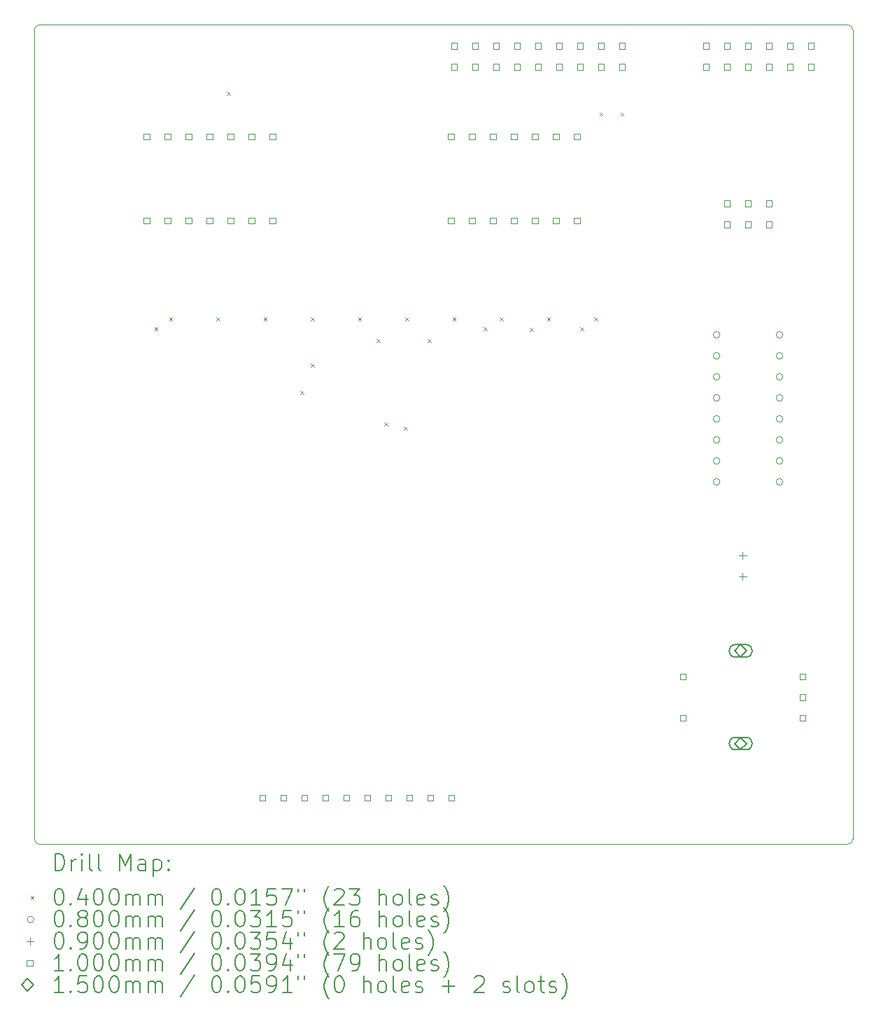
<source format=gbr>
%TF.GenerationSoftware,KiCad,Pcbnew,6.0.9-8da3e8f707~116~ubuntu20.04.1*%
%TF.CreationDate,2022-12-22T22:59:13+01:00*%
%TF.ProjectId,display_10dig,64697370-6c61-4795-9f31-306469672e6b,rev?*%
%TF.SameCoordinates,Original*%
%TF.FileFunction,Drillmap*%
%TF.FilePolarity,Positive*%
%FSLAX45Y45*%
G04 Gerber Fmt 4.5, Leading zero omitted, Abs format (unit mm)*
G04 Created by KiCad (PCBNEW 6.0.9-8da3e8f707~116~ubuntu20.04.1) date 2022-12-22 22:59:13*
%MOMM*%
%LPD*%
G01*
G04 APERTURE LIST*
%ADD10C,0.100000*%
%ADD11C,0.200000*%
%ADD12C,0.040000*%
%ADD13C,0.080000*%
%ADD14C,0.090000*%
%ADD15C,0.150000*%
G04 APERTURE END LIST*
D10*
X6159500Y-4572000D02*
X15938500Y-4572000D01*
X15938500Y-14478000D02*
G75*
G03*
X16002000Y-14414500I0J63500D01*
G01*
X16002000Y-4635500D02*
X16002000Y-14414500D01*
X15938500Y-14478000D02*
X6159500Y-14478000D01*
X6159500Y-4572000D02*
G75*
G03*
X6096000Y-4635500I0J-63500D01*
G01*
X6096000Y-14414500D02*
G75*
G03*
X6159500Y-14478000I63500J0D01*
G01*
X16002000Y-4635500D02*
G75*
G03*
X15938500Y-4572000I-63500J0D01*
G01*
X6096000Y-14414500D02*
X6096000Y-4635500D01*
D11*
D12*
X7550300Y-8229750D02*
X7590300Y-8269750D01*
X7590300Y-8229750D02*
X7550300Y-8269750D01*
X7727000Y-8108000D02*
X7767000Y-8148000D01*
X7767000Y-8108000D02*
X7727000Y-8148000D01*
X8298500Y-8108000D02*
X8338500Y-8148000D01*
X8338500Y-8108000D02*
X8298500Y-8148000D01*
X8429000Y-5381160D02*
X8469000Y-5421160D01*
X8469000Y-5381160D02*
X8429000Y-5421160D01*
X8870000Y-8108000D02*
X8910000Y-8148000D01*
X8910000Y-8108000D02*
X8870000Y-8148000D01*
X9314500Y-8997000D02*
X9354500Y-9037000D01*
X9354500Y-8997000D02*
X9314500Y-9037000D01*
X9440840Y-8665190D02*
X9480840Y-8705190D01*
X9480840Y-8665190D02*
X9440840Y-8705190D01*
X9441500Y-8108000D02*
X9481500Y-8148000D01*
X9481500Y-8108000D02*
X9441500Y-8148000D01*
X10013000Y-8108000D02*
X10053000Y-8148000D01*
X10053000Y-8108000D02*
X10013000Y-8148000D01*
X10239010Y-8372730D02*
X10279010Y-8412730D01*
X10279010Y-8372730D02*
X10239010Y-8412730D01*
X10330500Y-9378000D02*
X10370500Y-9418000D01*
X10370500Y-9378000D02*
X10330500Y-9418000D01*
X10567890Y-9430940D02*
X10607890Y-9470940D01*
X10607890Y-9430940D02*
X10567890Y-9470940D01*
X10584500Y-8108000D02*
X10624500Y-8148000D01*
X10624500Y-8108000D02*
X10584500Y-8148000D01*
X10856270Y-8372730D02*
X10896270Y-8412730D01*
X10896270Y-8372730D02*
X10856270Y-8412730D01*
X11156000Y-8108000D02*
X11196000Y-8148000D01*
X11196000Y-8108000D02*
X11156000Y-8148000D01*
X11535750Y-8229750D02*
X11575750Y-8269750D01*
X11575750Y-8229750D02*
X11535750Y-8269750D01*
X11727500Y-8108000D02*
X11767500Y-8148000D01*
X11767500Y-8108000D02*
X11727500Y-8148000D01*
X12094620Y-8235940D02*
X12134620Y-8275940D01*
X12134620Y-8235940D02*
X12094620Y-8275940D01*
X12299000Y-8108000D02*
X12339000Y-8148000D01*
X12339000Y-8108000D02*
X12299000Y-8148000D01*
X12702810Y-8229750D02*
X12742810Y-8269750D01*
X12742810Y-8229750D02*
X12702810Y-8269750D01*
X12870500Y-8108000D02*
X12910500Y-8148000D01*
X12910500Y-8108000D02*
X12870500Y-8148000D01*
X12934000Y-5631500D02*
X12974000Y-5671500D01*
X12974000Y-5631500D02*
X12934000Y-5671500D01*
X13188000Y-5631500D02*
X13228000Y-5671500D01*
X13228000Y-5631500D02*
X13188000Y-5671500D01*
D13*
X14391000Y-8318500D02*
G75*
G03*
X14391000Y-8318500I-40000J0D01*
G01*
X14391000Y-8572500D02*
G75*
G03*
X14391000Y-8572500I-40000J0D01*
G01*
X14391000Y-8826500D02*
G75*
G03*
X14391000Y-8826500I-40000J0D01*
G01*
X14391000Y-9080500D02*
G75*
G03*
X14391000Y-9080500I-40000J0D01*
G01*
X14391000Y-9334500D02*
G75*
G03*
X14391000Y-9334500I-40000J0D01*
G01*
X14391000Y-9588500D02*
G75*
G03*
X14391000Y-9588500I-40000J0D01*
G01*
X14391000Y-9842500D02*
G75*
G03*
X14391000Y-9842500I-40000J0D01*
G01*
X14391000Y-10096500D02*
G75*
G03*
X14391000Y-10096500I-40000J0D01*
G01*
X15153000Y-8318500D02*
G75*
G03*
X15153000Y-8318500I-40000J0D01*
G01*
X15153000Y-8572500D02*
G75*
G03*
X15153000Y-8572500I-40000J0D01*
G01*
X15153000Y-8826500D02*
G75*
G03*
X15153000Y-8826500I-40000J0D01*
G01*
X15153000Y-9080500D02*
G75*
G03*
X15153000Y-9080500I-40000J0D01*
G01*
X15153000Y-9334500D02*
G75*
G03*
X15153000Y-9334500I-40000J0D01*
G01*
X15153000Y-9588500D02*
G75*
G03*
X15153000Y-9588500I-40000J0D01*
G01*
X15153000Y-9842500D02*
G75*
G03*
X15153000Y-9842500I-40000J0D01*
G01*
X15153000Y-10096500D02*
G75*
G03*
X15153000Y-10096500I-40000J0D01*
G01*
D14*
X14668500Y-10941000D02*
X14668500Y-11031000D01*
X14623500Y-10986000D02*
X14713500Y-10986000D01*
X14668500Y-11195000D02*
X14668500Y-11285000D01*
X14623500Y-11240000D02*
X14713500Y-11240000D01*
D10*
X7490256Y-5957756D02*
X7490256Y-5887044D01*
X7419544Y-5887044D01*
X7419544Y-5957756D01*
X7490256Y-5957756D01*
X7490256Y-6973756D02*
X7490256Y-6903044D01*
X7419544Y-6903044D01*
X7419544Y-6973756D01*
X7490256Y-6973756D01*
X7744256Y-5957756D02*
X7744256Y-5887044D01*
X7673544Y-5887044D01*
X7673544Y-5957756D01*
X7744256Y-5957756D01*
X7744256Y-6973756D02*
X7744256Y-6903044D01*
X7673544Y-6903044D01*
X7673544Y-6973756D01*
X7744256Y-6973756D01*
X7998256Y-5957756D02*
X7998256Y-5887044D01*
X7927544Y-5887044D01*
X7927544Y-5957756D01*
X7998256Y-5957756D01*
X7998256Y-6973756D02*
X7998256Y-6903044D01*
X7927544Y-6903044D01*
X7927544Y-6973756D01*
X7998256Y-6973756D01*
X8252256Y-5957756D02*
X8252256Y-5887044D01*
X8181544Y-5887044D01*
X8181544Y-5957756D01*
X8252256Y-5957756D01*
X8252256Y-6973756D02*
X8252256Y-6903044D01*
X8181544Y-6903044D01*
X8181544Y-6973756D01*
X8252256Y-6973756D01*
X8506256Y-5957756D02*
X8506256Y-5887044D01*
X8435544Y-5887044D01*
X8435544Y-5957756D01*
X8506256Y-5957756D01*
X8506256Y-6973756D02*
X8506256Y-6903044D01*
X8435544Y-6903044D01*
X8435544Y-6973756D01*
X8506256Y-6973756D01*
X8760256Y-5957756D02*
X8760256Y-5887044D01*
X8689544Y-5887044D01*
X8689544Y-5957756D01*
X8760256Y-5957756D01*
X8760256Y-6973756D02*
X8760256Y-6903044D01*
X8689544Y-6903044D01*
X8689544Y-6973756D01*
X8760256Y-6973756D01*
X8893756Y-13951756D02*
X8893756Y-13881044D01*
X8823044Y-13881044D01*
X8823044Y-13951756D01*
X8893756Y-13951756D01*
X9014256Y-5957756D02*
X9014256Y-5887044D01*
X8943544Y-5887044D01*
X8943544Y-5957756D01*
X9014256Y-5957756D01*
X9014256Y-6973756D02*
X9014256Y-6903044D01*
X8943544Y-6903044D01*
X8943544Y-6973756D01*
X9014256Y-6973756D01*
X9147756Y-13951756D02*
X9147756Y-13881044D01*
X9077044Y-13881044D01*
X9077044Y-13951756D01*
X9147756Y-13951756D01*
X9401756Y-13951756D02*
X9401756Y-13881044D01*
X9331044Y-13881044D01*
X9331044Y-13951756D01*
X9401756Y-13951756D01*
X9655756Y-13951756D02*
X9655756Y-13881044D01*
X9585044Y-13881044D01*
X9585044Y-13951756D01*
X9655756Y-13951756D01*
X9909756Y-13951756D02*
X9909756Y-13881044D01*
X9839044Y-13881044D01*
X9839044Y-13951756D01*
X9909756Y-13951756D01*
X10163756Y-13951756D02*
X10163756Y-13881044D01*
X10093044Y-13881044D01*
X10093044Y-13951756D01*
X10163756Y-13951756D01*
X10417756Y-13951756D02*
X10417756Y-13881044D01*
X10347044Y-13881044D01*
X10347044Y-13951756D01*
X10417756Y-13951756D01*
X10671756Y-13951756D02*
X10671756Y-13881044D01*
X10601044Y-13881044D01*
X10601044Y-13951756D01*
X10671756Y-13951756D01*
X10925756Y-13951756D02*
X10925756Y-13881044D01*
X10855044Y-13881044D01*
X10855044Y-13951756D01*
X10925756Y-13951756D01*
X11173256Y-5957756D02*
X11173256Y-5887044D01*
X11102544Y-5887044D01*
X11102544Y-5957756D01*
X11173256Y-5957756D01*
X11173256Y-6973756D02*
X11173256Y-6903044D01*
X11102544Y-6903044D01*
X11102544Y-6973756D01*
X11173256Y-6973756D01*
X11179756Y-13951756D02*
X11179756Y-13881044D01*
X11109044Y-13881044D01*
X11109044Y-13951756D01*
X11179756Y-13951756D01*
X11211356Y-4861356D02*
X11211356Y-4790644D01*
X11140644Y-4790644D01*
X11140644Y-4861356D01*
X11211356Y-4861356D01*
X11211356Y-5115356D02*
X11211356Y-5044644D01*
X11140644Y-5044644D01*
X11140644Y-5115356D01*
X11211356Y-5115356D01*
X11427256Y-5957756D02*
X11427256Y-5887044D01*
X11356544Y-5887044D01*
X11356544Y-5957756D01*
X11427256Y-5957756D01*
X11427256Y-6973756D02*
X11427256Y-6903044D01*
X11356544Y-6903044D01*
X11356544Y-6973756D01*
X11427256Y-6973756D01*
X11465356Y-4861356D02*
X11465356Y-4790644D01*
X11394644Y-4790644D01*
X11394644Y-4861356D01*
X11465356Y-4861356D01*
X11465356Y-5115356D02*
X11465356Y-5044644D01*
X11394644Y-5044644D01*
X11394644Y-5115356D01*
X11465356Y-5115356D01*
X11681256Y-5957756D02*
X11681256Y-5887044D01*
X11610544Y-5887044D01*
X11610544Y-5957756D01*
X11681256Y-5957756D01*
X11681256Y-6973756D02*
X11681256Y-6903044D01*
X11610544Y-6903044D01*
X11610544Y-6973756D01*
X11681256Y-6973756D01*
X11719356Y-4861356D02*
X11719356Y-4790644D01*
X11648644Y-4790644D01*
X11648644Y-4861356D01*
X11719356Y-4861356D01*
X11719356Y-5115356D02*
X11719356Y-5044644D01*
X11648644Y-5044644D01*
X11648644Y-5115356D01*
X11719356Y-5115356D01*
X11935256Y-5957756D02*
X11935256Y-5887044D01*
X11864544Y-5887044D01*
X11864544Y-5957756D01*
X11935256Y-5957756D01*
X11935256Y-6973756D02*
X11935256Y-6903044D01*
X11864544Y-6903044D01*
X11864544Y-6973756D01*
X11935256Y-6973756D01*
X11973356Y-4861356D02*
X11973356Y-4790644D01*
X11902644Y-4790644D01*
X11902644Y-4861356D01*
X11973356Y-4861356D01*
X11973356Y-5115356D02*
X11973356Y-5044644D01*
X11902644Y-5044644D01*
X11902644Y-5115356D01*
X11973356Y-5115356D01*
X12189256Y-5957756D02*
X12189256Y-5887044D01*
X12118544Y-5887044D01*
X12118544Y-5957756D01*
X12189256Y-5957756D01*
X12189256Y-6973756D02*
X12189256Y-6903044D01*
X12118544Y-6903044D01*
X12118544Y-6973756D01*
X12189256Y-6973756D01*
X12227356Y-4861356D02*
X12227356Y-4790644D01*
X12156644Y-4790644D01*
X12156644Y-4861356D01*
X12227356Y-4861356D01*
X12227356Y-5115356D02*
X12227356Y-5044644D01*
X12156644Y-5044644D01*
X12156644Y-5115356D01*
X12227356Y-5115356D01*
X12443256Y-5957756D02*
X12443256Y-5887044D01*
X12372544Y-5887044D01*
X12372544Y-5957756D01*
X12443256Y-5957756D01*
X12443256Y-6973756D02*
X12443256Y-6903044D01*
X12372544Y-6903044D01*
X12372544Y-6973756D01*
X12443256Y-6973756D01*
X12481356Y-4861356D02*
X12481356Y-4790644D01*
X12410644Y-4790644D01*
X12410644Y-4861356D01*
X12481356Y-4861356D01*
X12481356Y-5115356D02*
X12481356Y-5044644D01*
X12410644Y-5044644D01*
X12410644Y-5115356D01*
X12481356Y-5115356D01*
X12697256Y-5957756D02*
X12697256Y-5887044D01*
X12626544Y-5887044D01*
X12626544Y-5957756D01*
X12697256Y-5957756D01*
X12697256Y-6973756D02*
X12697256Y-6903044D01*
X12626544Y-6903044D01*
X12626544Y-6973756D01*
X12697256Y-6973756D01*
X12735356Y-4861356D02*
X12735356Y-4790644D01*
X12664644Y-4790644D01*
X12664644Y-4861356D01*
X12735356Y-4861356D01*
X12735356Y-5115356D02*
X12735356Y-5044644D01*
X12664644Y-5044644D01*
X12664644Y-5115356D01*
X12735356Y-5115356D01*
X12989356Y-4861356D02*
X12989356Y-4790644D01*
X12918644Y-4790644D01*
X12918644Y-4861356D01*
X12989356Y-4861356D01*
X12989356Y-5115356D02*
X12989356Y-5044644D01*
X12918644Y-5044644D01*
X12918644Y-5115356D01*
X12989356Y-5115356D01*
X13243356Y-4861356D02*
X13243356Y-4790644D01*
X13172644Y-4790644D01*
X13172644Y-4861356D01*
X13243356Y-4861356D01*
X13243356Y-5115356D02*
X13243356Y-5044644D01*
X13172644Y-5044644D01*
X13172644Y-5115356D01*
X13243356Y-5115356D01*
X13978856Y-12485356D02*
X13978856Y-12414644D01*
X13908144Y-12414644D01*
X13908144Y-12485356D01*
X13978856Y-12485356D01*
X13978856Y-12985356D02*
X13978856Y-12914644D01*
X13908144Y-12914644D01*
X13908144Y-12985356D01*
X13978856Y-12985356D01*
X14259356Y-4861356D02*
X14259356Y-4790644D01*
X14188644Y-4790644D01*
X14188644Y-4861356D01*
X14259356Y-4861356D01*
X14259356Y-5115356D02*
X14259356Y-5044644D01*
X14188644Y-5044644D01*
X14188644Y-5115356D01*
X14259356Y-5115356D01*
X14513356Y-4861356D02*
X14513356Y-4790644D01*
X14442644Y-4790644D01*
X14442644Y-4861356D01*
X14513356Y-4861356D01*
X14513356Y-5115356D02*
X14513356Y-5044644D01*
X14442644Y-5044644D01*
X14442644Y-5115356D01*
X14513356Y-5115356D01*
X14513356Y-6766356D02*
X14513356Y-6695644D01*
X14442644Y-6695644D01*
X14442644Y-6766356D01*
X14513356Y-6766356D01*
X14513356Y-7020356D02*
X14513356Y-6949644D01*
X14442644Y-6949644D01*
X14442644Y-7020356D01*
X14513356Y-7020356D01*
X14767356Y-4861356D02*
X14767356Y-4790644D01*
X14696644Y-4790644D01*
X14696644Y-4861356D01*
X14767356Y-4861356D01*
X14767356Y-5115356D02*
X14767356Y-5044644D01*
X14696644Y-5044644D01*
X14696644Y-5115356D01*
X14767356Y-5115356D01*
X14767356Y-6766356D02*
X14767356Y-6695644D01*
X14696644Y-6695644D01*
X14696644Y-6766356D01*
X14767356Y-6766356D01*
X14767356Y-7020356D02*
X14767356Y-6949644D01*
X14696644Y-6949644D01*
X14696644Y-7020356D01*
X14767356Y-7020356D01*
X15021356Y-4861356D02*
X15021356Y-4790644D01*
X14950644Y-4790644D01*
X14950644Y-4861356D01*
X15021356Y-4861356D01*
X15021356Y-5115356D02*
X15021356Y-5044644D01*
X14950644Y-5044644D01*
X14950644Y-5115356D01*
X15021356Y-5115356D01*
X15021356Y-6766356D02*
X15021356Y-6695644D01*
X14950644Y-6695644D01*
X14950644Y-6766356D01*
X15021356Y-6766356D01*
X15021356Y-7020356D02*
X15021356Y-6949644D01*
X14950644Y-6949644D01*
X14950644Y-7020356D01*
X15021356Y-7020356D01*
X15275356Y-4861356D02*
X15275356Y-4790644D01*
X15204644Y-4790644D01*
X15204644Y-4861356D01*
X15275356Y-4861356D01*
X15275356Y-5115356D02*
X15275356Y-5044644D01*
X15204644Y-5044644D01*
X15204644Y-5115356D01*
X15275356Y-5115356D01*
X15428856Y-12485356D02*
X15428856Y-12414644D01*
X15358144Y-12414644D01*
X15358144Y-12485356D01*
X15428856Y-12485356D01*
X15428856Y-12735356D02*
X15428856Y-12664644D01*
X15358144Y-12664644D01*
X15358144Y-12735356D01*
X15428856Y-12735356D01*
X15428856Y-12985356D02*
X15428856Y-12914644D01*
X15358144Y-12914644D01*
X15358144Y-12985356D01*
X15428856Y-12985356D01*
X15529356Y-4861356D02*
X15529356Y-4790644D01*
X15458644Y-4790644D01*
X15458644Y-4861356D01*
X15529356Y-4861356D01*
X15529356Y-5115356D02*
X15529356Y-5044644D01*
X15458644Y-5044644D01*
X15458644Y-5115356D01*
X15529356Y-5115356D01*
D15*
X14643500Y-12215000D02*
X14718500Y-12140000D01*
X14643500Y-12065000D01*
X14568500Y-12140000D01*
X14643500Y-12215000D01*
D11*
X14708500Y-12065000D02*
X14578500Y-12065000D01*
X14708500Y-12215000D02*
X14578500Y-12215000D01*
X14578500Y-12065000D02*
G75*
G03*
X14578500Y-12215000I0J-75000D01*
G01*
X14708500Y-12215000D02*
G75*
G03*
X14708500Y-12065000I0J75000D01*
G01*
D15*
X14643500Y-13335000D02*
X14718500Y-13260000D01*
X14643500Y-13185000D01*
X14568500Y-13260000D01*
X14643500Y-13335000D01*
D11*
X14708500Y-13185000D02*
X14578500Y-13185000D01*
X14708500Y-13335000D02*
X14578500Y-13335000D01*
X14578500Y-13185000D02*
G75*
G03*
X14578500Y-13335000I0J-75000D01*
G01*
X14708500Y-13335000D02*
G75*
G03*
X14708500Y-13185000I0J75000D01*
G01*
X6348619Y-14793476D02*
X6348619Y-14593476D01*
X6396238Y-14593476D01*
X6424809Y-14603000D01*
X6443857Y-14622048D01*
X6453381Y-14641095D01*
X6462905Y-14679190D01*
X6462905Y-14707762D01*
X6453381Y-14745857D01*
X6443857Y-14764905D01*
X6424809Y-14783952D01*
X6396238Y-14793476D01*
X6348619Y-14793476D01*
X6548619Y-14793476D02*
X6548619Y-14660143D01*
X6548619Y-14698238D02*
X6558143Y-14679190D01*
X6567667Y-14669667D01*
X6586714Y-14660143D01*
X6605762Y-14660143D01*
X6672428Y-14793476D02*
X6672428Y-14660143D01*
X6672428Y-14593476D02*
X6662905Y-14603000D01*
X6672428Y-14612524D01*
X6681952Y-14603000D01*
X6672428Y-14593476D01*
X6672428Y-14612524D01*
X6796238Y-14793476D02*
X6777190Y-14783952D01*
X6767667Y-14764905D01*
X6767667Y-14593476D01*
X6901000Y-14793476D02*
X6881952Y-14783952D01*
X6872428Y-14764905D01*
X6872428Y-14593476D01*
X7129571Y-14793476D02*
X7129571Y-14593476D01*
X7196238Y-14736333D01*
X7262905Y-14593476D01*
X7262905Y-14793476D01*
X7443857Y-14793476D02*
X7443857Y-14688714D01*
X7434333Y-14669667D01*
X7415286Y-14660143D01*
X7377190Y-14660143D01*
X7358143Y-14669667D01*
X7443857Y-14783952D02*
X7424809Y-14793476D01*
X7377190Y-14793476D01*
X7358143Y-14783952D01*
X7348619Y-14764905D01*
X7348619Y-14745857D01*
X7358143Y-14726809D01*
X7377190Y-14717286D01*
X7424809Y-14717286D01*
X7443857Y-14707762D01*
X7539095Y-14660143D02*
X7539095Y-14860143D01*
X7539095Y-14669667D02*
X7558143Y-14660143D01*
X7596238Y-14660143D01*
X7615286Y-14669667D01*
X7624809Y-14679190D01*
X7634333Y-14698238D01*
X7634333Y-14755381D01*
X7624809Y-14774428D01*
X7615286Y-14783952D01*
X7596238Y-14793476D01*
X7558143Y-14793476D01*
X7539095Y-14783952D01*
X7720048Y-14774428D02*
X7729571Y-14783952D01*
X7720048Y-14793476D01*
X7710524Y-14783952D01*
X7720048Y-14774428D01*
X7720048Y-14793476D01*
X7720048Y-14669667D02*
X7729571Y-14679190D01*
X7720048Y-14688714D01*
X7710524Y-14679190D01*
X7720048Y-14669667D01*
X7720048Y-14688714D01*
D12*
X6051000Y-15103000D02*
X6091000Y-15143000D01*
X6091000Y-15103000D02*
X6051000Y-15143000D01*
D11*
X6386714Y-15013476D02*
X6405762Y-15013476D01*
X6424809Y-15023000D01*
X6434333Y-15032524D01*
X6443857Y-15051571D01*
X6453381Y-15089667D01*
X6453381Y-15137286D01*
X6443857Y-15175381D01*
X6434333Y-15194428D01*
X6424809Y-15203952D01*
X6405762Y-15213476D01*
X6386714Y-15213476D01*
X6367667Y-15203952D01*
X6358143Y-15194428D01*
X6348619Y-15175381D01*
X6339095Y-15137286D01*
X6339095Y-15089667D01*
X6348619Y-15051571D01*
X6358143Y-15032524D01*
X6367667Y-15023000D01*
X6386714Y-15013476D01*
X6539095Y-15194428D02*
X6548619Y-15203952D01*
X6539095Y-15213476D01*
X6529571Y-15203952D01*
X6539095Y-15194428D01*
X6539095Y-15213476D01*
X6720048Y-15080143D02*
X6720048Y-15213476D01*
X6672428Y-15003952D02*
X6624809Y-15146809D01*
X6748619Y-15146809D01*
X6862905Y-15013476D02*
X6881952Y-15013476D01*
X6901000Y-15023000D01*
X6910524Y-15032524D01*
X6920048Y-15051571D01*
X6929571Y-15089667D01*
X6929571Y-15137286D01*
X6920048Y-15175381D01*
X6910524Y-15194428D01*
X6901000Y-15203952D01*
X6881952Y-15213476D01*
X6862905Y-15213476D01*
X6843857Y-15203952D01*
X6834333Y-15194428D01*
X6824809Y-15175381D01*
X6815286Y-15137286D01*
X6815286Y-15089667D01*
X6824809Y-15051571D01*
X6834333Y-15032524D01*
X6843857Y-15023000D01*
X6862905Y-15013476D01*
X7053381Y-15013476D02*
X7072428Y-15013476D01*
X7091476Y-15023000D01*
X7101000Y-15032524D01*
X7110524Y-15051571D01*
X7120048Y-15089667D01*
X7120048Y-15137286D01*
X7110524Y-15175381D01*
X7101000Y-15194428D01*
X7091476Y-15203952D01*
X7072428Y-15213476D01*
X7053381Y-15213476D01*
X7034333Y-15203952D01*
X7024809Y-15194428D01*
X7015286Y-15175381D01*
X7005762Y-15137286D01*
X7005762Y-15089667D01*
X7015286Y-15051571D01*
X7024809Y-15032524D01*
X7034333Y-15023000D01*
X7053381Y-15013476D01*
X7205762Y-15213476D02*
X7205762Y-15080143D01*
X7205762Y-15099190D02*
X7215286Y-15089667D01*
X7234333Y-15080143D01*
X7262905Y-15080143D01*
X7281952Y-15089667D01*
X7291476Y-15108714D01*
X7291476Y-15213476D01*
X7291476Y-15108714D02*
X7301000Y-15089667D01*
X7320048Y-15080143D01*
X7348619Y-15080143D01*
X7367667Y-15089667D01*
X7377190Y-15108714D01*
X7377190Y-15213476D01*
X7472428Y-15213476D02*
X7472428Y-15080143D01*
X7472428Y-15099190D02*
X7481952Y-15089667D01*
X7501000Y-15080143D01*
X7529571Y-15080143D01*
X7548619Y-15089667D01*
X7558143Y-15108714D01*
X7558143Y-15213476D01*
X7558143Y-15108714D02*
X7567667Y-15089667D01*
X7586714Y-15080143D01*
X7615286Y-15080143D01*
X7634333Y-15089667D01*
X7643857Y-15108714D01*
X7643857Y-15213476D01*
X8034333Y-15003952D02*
X7862905Y-15261095D01*
X8291476Y-15013476D02*
X8310524Y-15013476D01*
X8329571Y-15023000D01*
X8339095Y-15032524D01*
X8348619Y-15051571D01*
X8358143Y-15089667D01*
X8358143Y-15137286D01*
X8348619Y-15175381D01*
X8339095Y-15194428D01*
X8329571Y-15203952D01*
X8310524Y-15213476D01*
X8291476Y-15213476D01*
X8272428Y-15203952D01*
X8262905Y-15194428D01*
X8253381Y-15175381D01*
X8243857Y-15137286D01*
X8243857Y-15089667D01*
X8253381Y-15051571D01*
X8262905Y-15032524D01*
X8272428Y-15023000D01*
X8291476Y-15013476D01*
X8443857Y-15194428D02*
X8453381Y-15203952D01*
X8443857Y-15213476D01*
X8434333Y-15203952D01*
X8443857Y-15194428D01*
X8443857Y-15213476D01*
X8577190Y-15013476D02*
X8596238Y-15013476D01*
X8615286Y-15023000D01*
X8624810Y-15032524D01*
X8634333Y-15051571D01*
X8643857Y-15089667D01*
X8643857Y-15137286D01*
X8634333Y-15175381D01*
X8624810Y-15194428D01*
X8615286Y-15203952D01*
X8596238Y-15213476D01*
X8577190Y-15213476D01*
X8558143Y-15203952D01*
X8548619Y-15194428D01*
X8539095Y-15175381D01*
X8529571Y-15137286D01*
X8529571Y-15089667D01*
X8539095Y-15051571D01*
X8548619Y-15032524D01*
X8558143Y-15023000D01*
X8577190Y-15013476D01*
X8834333Y-15213476D02*
X8720048Y-15213476D01*
X8777190Y-15213476D02*
X8777190Y-15013476D01*
X8758143Y-15042048D01*
X8739095Y-15061095D01*
X8720048Y-15070619D01*
X9015286Y-15013476D02*
X8920048Y-15013476D01*
X8910524Y-15108714D01*
X8920048Y-15099190D01*
X8939095Y-15089667D01*
X8986714Y-15089667D01*
X9005762Y-15099190D01*
X9015286Y-15108714D01*
X9024810Y-15127762D01*
X9024810Y-15175381D01*
X9015286Y-15194428D01*
X9005762Y-15203952D01*
X8986714Y-15213476D01*
X8939095Y-15213476D01*
X8920048Y-15203952D01*
X8910524Y-15194428D01*
X9091476Y-15013476D02*
X9224810Y-15013476D01*
X9139095Y-15213476D01*
X9291476Y-15013476D02*
X9291476Y-15051571D01*
X9367667Y-15013476D02*
X9367667Y-15051571D01*
X9662905Y-15289667D02*
X9653381Y-15280143D01*
X9634333Y-15251571D01*
X9624810Y-15232524D01*
X9615286Y-15203952D01*
X9605762Y-15156333D01*
X9605762Y-15118238D01*
X9615286Y-15070619D01*
X9624810Y-15042048D01*
X9634333Y-15023000D01*
X9653381Y-14994428D01*
X9662905Y-14984905D01*
X9729571Y-15032524D02*
X9739095Y-15023000D01*
X9758143Y-15013476D01*
X9805762Y-15013476D01*
X9824810Y-15023000D01*
X9834333Y-15032524D01*
X9843857Y-15051571D01*
X9843857Y-15070619D01*
X9834333Y-15099190D01*
X9720048Y-15213476D01*
X9843857Y-15213476D01*
X9910524Y-15013476D02*
X10034333Y-15013476D01*
X9967667Y-15089667D01*
X9996238Y-15089667D01*
X10015286Y-15099190D01*
X10024810Y-15108714D01*
X10034333Y-15127762D01*
X10034333Y-15175381D01*
X10024810Y-15194428D01*
X10015286Y-15203952D01*
X9996238Y-15213476D01*
X9939095Y-15213476D01*
X9920048Y-15203952D01*
X9910524Y-15194428D01*
X10272429Y-15213476D02*
X10272429Y-15013476D01*
X10358143Y-15213476D02*
X10358143Y-15108714D01*
X10348619Y-15089667D01*
X10329571Y-15080143D01*
X10301000Y-15080143D01*
X10281952Y-15089667D01*
X10272429Y-15099190D01*
X10481952Y-15213476D02*
X10462905Y-15203952D01*
X10453381Y-15194428D01*
X10443857Y-15175381D01*
X10443857Y-15118238D01*
X10453381Y-15099190D01*
X10462905Y-15089667D01*
X10481952Y-15080143D01*
X10510524Y-15080143D01*
X10529571Y-15089667D01*
X10539095Y-15099190D01*
X10548619Y-15118238D01*
X10548619Y-15175381D01*
X10539095Y-15194428D01*
X10529571Y-15203952D01*
X10510524Y-15213476D01*
X10481952Y-15213476D01*
X10662905Y-15213476D02*
X10643857Y-15203952D01*
X10634333Y-15184905D01*
X10634333Y-15013476D01*
X10815286Y-15203952D02*
X10796238Y-15213476D01*
X10758143Y-15213476D01*
X10739095Y-15203952D01*
X10729571Y-15184905D01*
X10729571Y-15108714D01*
X10739095Y-15089667D01*
X10758143Y-15080143D01*
X10796238Y-15080143D01*
X10815286Y-15089667D01*
X10824810Y-15108714D01*
X10824810Y-15127762D01*
X10729571Y-15146809D01*
X10901000Y-15203952D02*
X10920048Y-15213476D01*
X10958143Y-15213476D01*
X10977190Y-15203952D01*
X10986714Y-15184905D01*
X10986714Y-15175381D01*
X10977190Y-15156333D01*
X10958143Y-15146809D01*
X10929571Y-15146809D01*
X10910524Y-15137286D01*
X10901000Y-15118238D01*
X10901000Y-15108714D01*
X10910524Y-15089667D01*
X10929571Y-15080143D01*
X10958143Y-15080143D01*
X10977190Y-15089667D01*
X11053381Y-15289667D02*
X11062905Y-15280143D01*
X11081952Y-15251571D01*
X11091476Y-15232524D01*
X11101000Y-15203952D01*
X11110524Y-15156333D01*
X11110524Y-15118238D01*
X11101000Y-15070619D01*
X11091476Y-15042048D01*
X11081952Y-15023000D01*
X11062905Y-14994428D01*
X11053381Y-14984905D01*
D13*
X6091000Y-15387000D02*
G75*
G03*
X6091000Y-15387000I-40000J0D01*
G01*
D11*
X6386714Y-15277476D02*
X6405762Y-15277476D01*
X6424809Y-15287000D01*
X6434333Y-15296524D01*
X6443857Y-15315571D01*
X6453381Y-15353667D01*
X6453381Y-15401286D01*
X6443857Y-15439381D01*
X6434333Y-15458428D01*
X6424809Y-15467952D01*
X6405762Y-15477476D01*
X6386714Y-15477476D01*
X6367667Y-15467952D01*
X6358143Y-15458428D01*
X6348619Y-15439381D01*
X6339095Y-15401286D01*
X6339095Y-15353667D01*
X6348619Y-15315571D01*
X6358143Y-15296524D01*
X6367667Y-15287000D01*
X6386714Y-15277476D01*
X6539095Y-15458428D02*
X6548619Y-15467952D01*
X6539095Y-15477476D01*
X6529571Y-15467952D01*
X6539095Y-15458428D01*
X6539095Y-15477476D01*
X6662905Y-15363190D02*
X6643857Y-15353667D01*
X6634333Y-15344143D01*
X6624809Y-15325095D01*
X6624809Y-15315571D01*
X6634333Y-15296524D01*
X6643857Y-15287000D01*
X6662905Y-15277476D01*
X6701000Y-15277476D01*
X6720048Y-15287000D01*
X6729571Y-15296524D01*
X6739095Y-15315571D01*
X6739095Y-15325095D01*
X6729571Y-15344143D01*
X6720048Y-15353667D01*
X6701000Y-15363190D01*
X6662905Y-15363190D01*
X6643857Y-15372714D01*
X6634333Y-15382238D01*
X6624809Y-15401286D01*
X6624809Y-15439381D01*
X6634333Y-15458428D01*
X6643857Y-15467952D01*
X6662905Y-15477476D01*
X6701000Y-15477476D01*
X6720048Y-15467952D01*
X6729571Y-15458428D01*
X6739095Y-15439381D01*
X6739095Y-15401286D01*
X6729571Y-15382238D01*
X6720048Y-15372714D01*
X6701000Y-15363190D01*
X6862905Y-15277476D02*
X6881952Y-15277476D01*
X6901000Y-15287000D01*
X6910524Y-15296524D01*
X6920048Y-15315571D01*
X6929571Y-15353667D01*
X6929571Y-15401286D01*
X6920048Y-15439381D01*
X6910524Y-15458428D01*
X6901000Y-15467952D01*
X6881952Y-15477476D01*
X6862905Y-15477476D01*
X6843857Y-15467952D01*
X6834333Y-15458428D01*
X6824809Y-15439381D01*
X6815286Y-15401286D01*
X6815286Y-15353667D01*
X6824809Y-15315571D01*
X6834333Y-15296524D01*
X6843857Y-15287000D01*
X6862905Y-15277476D01*
X7053381Y-15277476D02*
X7072428Y-15277476D01*
X7091476Y-15287000D01*
X7101000Y-15296524D01*
X7110524Y-15315571D01*
X7120048Y-15353667D01*
X7120048Y-15401286D01*
X7110524Y-15439381D01*
X7101000Y-15458428D01*
X7091476Y-15467952D01*
X7072428Y-15477476D01*
X7053381Y-15477476D01*
X7034333Y-15467952D01*
X7024809Y-15458428D01*
X7015286Y-15439381D01*
X7005762Y-15401286D01*
X7005762Y-15353667D01*
X7015286Y-15315571D01*
X7024809Y-15296524D01*
X7034333Y-15287000D01*
X7053381Y-15277476D01*
X7205762Y-15477476D02*
X7205762Y-15344143D01*
X7205762Y-15363190D02*
X7215286Y-15353667D01*
X7234333Y-15344143D01*
X7262905Y-15344143D01*
X7281952Y-15353667D01*
X7291476Y-15372714D01*
X7291476Y-15477476D01*
X7291476Y-15372714D02*
X7301000Y-15353667D01*
X7320048Y-15344143D01*
X7348619Y-15344143D01*
X7367667Y-15353667D01*
X7377190Y-15372714D01*
X7377190Y-15477476D01*
X7472428Y-15477476D02*
X7472428Y-15344143D01*
X7472428Y-15363190D02*
X7481952Y-15353667D01*
X7501000Y-15344143D01*
X7529571Y-15344143D01*
X7548619Y-15353667D01*
X7558143Y-15372714D01*
X7558143Y-15477476D01*
X7558143Y-15372714D02*
X7567667Y-15353667D01*
X7586714Y-15344143D01*
X7615286Y-15344143D01*
X7634333Y-15353667D01*
X7643857Y-15372714D01*
X7643857Y-15477476D01*
X8034333Y-15267952D02*
X7862905Y-15525095D01*
X8291476Y-15277476D02*
X8310524Y-15277476D01*
X8329571Y-15287000D01*
X8339095Y-15296524D01*
X8348619Y-15315571D01*
X8358143Y-15353667D01*
X8358143Y-15401286D01*
X8348619Y-15439381D01*
X8339095Y-15458428D01*
X8329571Y-15467952D01*
X8310524Y-15477476D01*
X8291476Y-15477476D01*
X8272428Y-15467952D01*
X8262905Y-15458428D01*
X8253381Y-15439381D01*
X8243857Y-15401286D01*
X8243857Y-15353667D01*
X8253381Y-15315571D01*
X8262905Y-15296524D01*
X8272428Y-15287000D01*
X8291476Y-15277476D01*
X8443857Y-15458428D02*
X8453381Y-15467952D01*
X8443857Y-15477476D01*
X8434333Y-15467952D01*
X8443857Y-15458428D01*
X8443857Y-15477476D01*
X8577190Y-15277476D02*
X8596238Y-15277476D01*
X8615286Y-15287000D01*
X8624810Y-15296524D01*
X8634333Y-15315571D01*
X8643857Y-15353667D01*
X8643857Y-15401286D01*
X8634333Y-15439381D01*
X8624810Y-15458428D01*
X8615286Y-15467952D01*
X8596238Y-15477476D01*
X8577190Y-15477476D01*
X8558143Y-15467952D01*
X8548619Y-15458428D01*
X8539095Y-15439381D01*
X8529571Y-15401286D01*
X8529571Y-15353667D01*
X8539095Y-15315571D01*
X8548619Y-15296524D01*
X8558143Y-15287000D01*
X8577190Y-15277476D01*
X8710524Y-15277476D02*
X8834333Y-15277476D01*
X8767667Y-15353667D01*
X8796238Y-15353667D01*
X8815286Y-15363190D01*
X8824810Y-15372714D01*
X8834333Y-15391762D01*
X8834333Y-15439381D01*
X8824810Y-15458428D01*
X8815286Y-15467952D01*
X8796238Y-15477476D01*
X8739095Y-15477476D01*
X8720048Y-15467952D01*
X8710524Y-15458428D01*
X9024810Y-15477476D02*
X8910524Y-15477476D01*
X8967667Y-15477476D02*
X8967667Y-15277476D01*
X8948619Y-15306048D01*
X8929571Y-15325095D01*
X8910524Y-15334619D01*
X9205762Y-15277476D02*
X9110524Y-15277476D01*
X9101000Y-15372714D01*
X9110524Y-15363190D01*
X9129571Y-15353667D01*
X9177190Y-15353667D01*
X9196238Y-15363190D01*
X9205762Y-15372714D01*
X9215286Y-15391762D01*
X9215286Y-15439381D01*
X9205762Y-15458428D01*
X9196238Y-15467952D01*
X9177190Y-15477476D01*
X9129571Y-15477476D01*
X9110524Y-15467952D01*
X9101000Y-15458428D01*
X9291476Y-15277476D02*
X9291476Y-15315571D01*
X9367667Y-15277476D02*
X9367667Y-15315571D01*
X9662905Y-15553667D02*
X9653381Y-15544143D01*
X9634333Y-15515571D01*
X9624810Y-15496524D01*
X9615286Y-15467952D01*
X9605762Y-15420333D01*
X9605762Y-15382238D01*
X9615286Y-15334619D01*
X9624810Y-15306048D01*
X9634333Y-15287000D01*
X9653381Y-15258428D01*
X9662905Y-15248905D01*
X9843857Y-15477476D02*
X9729571Y-15477476D01*
X9786714Y-15477476D02*
X9786714Y-15277476D01*
X9767667Y-15306048D01*
X9748619Y-15325095D01*
X9729571Y-15334619D01*
X10015286Y-15277476D02*
X9977190Y-15277476D01*
X9958143Y-15287000D01*
X9948619Y-15296524D01*
X9929571Y-15325095D01*
X9920048Y-15363190D01*
X9920048Y-15439381D01*
X9929571Y-15458428D01*
X9939095Y-15467952D01*
X9958143Y-15477476D01*
X9996238Y-15477476D01*
X10015286Y-15467952D01*
X10024810Y-15458428D01*
X10034333Y-15439381D01*
X10034333Y-15391762D01*
X10024810Y-15372714D01*
X10015286Y-15363190D01*
X9996238Y-15353667D01*
X9958143Y-15353667D01*
X9939095Y-15363190D01*
X9929571Y-15372714D01*
X9920048Y-15391762D01*
X10272429Y-15477476D02*
X10272429Y-15277476D01*
X10358143Y-15477476D02*
X10358143Y-15372714D01*
X10348619Y-15353667D01*
X10329571Y-15344143D01*
X10301000Y-15344143D01*
X10281952Y-15353667D01*
X10272429Y-15363190D01*
X10481952Y-15477476D02*
X10462905Y-15467952D01*
X10453381Y-15458428D01*
X10443857Y-15439381D01*
X10443857Y-15382238D01*
X10453381Y-15363190D01*
X10462905Y-15353667D01*
X10481952Y-15344143D01*
X10510524Y-15344143D01*
X10529571Y-15353667D01*
X10539095Y-15363190D01*
X10548619Y-15382238D01*
X10548619Y-15439381D01*
X10539095Y-15458428D01*
X10529571Y-15467952D01*
X10510524Y-15477476D01*
X10481952Y-15477476D01*
X10662905Y-15477476D02*
X10643857Y-15467952D01*
X10634333Y-15448905D01*
X10634333Y-15277476D01*
X10815286Y-15467952D02*
X10796238Y-15477476D01*
X10758143Y-15477476D01*
X10739095Y-15467952D01*
X10729571Y-15448905D01*
X10729571Y-15372714D01*
X10739095Y-15353667D01*
X10758143Y-15344143D01*
X10796238Y-15344143D01*
X10815286Y-15353667D01*
X10824810Y-15372714D01*
X10824810Y-15391762D01*
X10729571Y-15410809D01*
X10901000Y-15467952D02*
X10920048Y-15477476D01*
X10958143Y-15477476D01*
X10977190Y-15467952D01*
X10986714Y-15448905D01*
X10986714Y-15439381D01*
X10977190Y-15420333D01*
X10958143Y-15410809D01*
X10929571Y-15410809D01*
X10910524Y-15401286D01*
X10901000Y-15382238D01*
X10901000Y-15372714D01*
X10910524Y-15353667D01*
X10929571Y-15344143D01*
X10958143Y-15344143D01*
X10977190Y-15353667D01*
X11053381Y-15553667D02*
X11062905Y-15544143D01*
X11081952Y-15515571D01*
X11091476Y-15496524D01*
X11101000Y-15467952D01*
X11110524Y-15420333D01*
X11110524Y-15382238D01*
X11101000Y-15334619D01*
X11091476Y-15306048D01*
X11081952Y-15287000D01*
X11062905Y-15258428D01*
X11053381Y-15248905D01*
D14*
X6046000Y-15606000D02*
X6046000Y-15696000D01*
X6001000Y-15651000D02*
X6091000Y-15651000D01*
D11*
X6386714Y-15541476D02*
X6405762Y-15541476D01*
X6424809Y-15551000D01*
X6434333Y-15560524D01*
X6443857Y-15579571D01*
X6453381Y-15617667D01*
X6453381Y-15665286D01*
X6443857Y-15703381D01*
X6434333Y-15722428D01*
X6424809Y-15731952D01*
X6405762Y-15741476D01*
X6386714Y-15741476D01*
X6367667Y-15731952D01*
X6358143Y-15722428D01*
X6348619Y-15703381D01*
X6339095Y-15665286D01*
X6339095Y-15617667D01*
X6348619Y-15579571D01*
X6358143Y-15560524D01*
X6367667Y-15551000D01*
X6386714Y-15541476D01*
X6539095Y-15722428D02*
X6548619Y-15731952D01*
X6539095Y-15741476D01*
X6529571Y-15731952D01*
X6539095Y-15722428D01*
X6539095Y-15741476D01*
X6643857Y-15741476D02*
X6681952Y-15741476D01*
X6701000Y-15731952D01*
X6710524Y-15722428D01*
X6729571Y-15693857D01*
X6739095Y-15655762D01*
X6739095Y-15579571D01*
X6729571Y-15560524D01*
X6720048Y-15551000D01*
X6701000Y-15541476D01*
X6662905Y-15541476D01*
X6643857Y-15551000D01*
X6634333Y-15560524D01*
X6624809Y-15579571D01*
X6624809Y-15627190D01*
X6634333Y-15646238D01*
X6643857Y-15655762D01*
X6662905Y-15665286D01*
X6701000Y-15665286D01*
X6720048Y-15655762D01*
X6729571Y-15646238D01*
X6739095Y-15627190D01*
X6862905Y-15541476D02*
X6881952Y-15541476D01*
X6901000Y-15551000D01*
X6910524Y-15560524D01*
X6920048Y-15579571D01*
X6929571Y-15617667D01*
X6929571Y-15665286D01*
X6920048Y-15703381D01*
X6910524Y-15722428D01*
X6901000Y-15731952D01*
X6881952Y-15741476D01*
X6862905Y-15741476D01*
X6843857Y-15731952D01*
X6834333Y-15722428D01*
X6824809Y-15703381D01*
X6815286Y-15665286D01*
X6815286Y-15617667D01*
X6824809Y-15579571D01*
X6834333Y-15560524D01*
X6843857Y-15551000D01*
X6862905Y-15541476D01*
X7053381Y-15541476D02*
X7072428Y-15541476D01*
X7091476Y-15551000D01*
X7101000Y-15560524D01*
X7110524Y-15579571D01*
X7120048Y-15617667D01*
X7120048Y-15665286D01*
X7110524Y-15703381D01*
X7101000Y-15722428D01*
X7091476Y-15731952D01*
X7072428Y-15741476D01*
X7053381Y-15741476D01*
X7034333Y-15731952D01*
X7024809Y-15722428D01*
X7015286Y-15703381D01*
X7005762Y-15665286D01*
X7005762Y-15617667D01*
X7015286Y-15579571D01*
X7024809Y-15560524D01*
X7034333Y-15551000D01*
X7053381Y-15541476D01*
X7205762Y-15741476D02*
X7205762Y-15608143D01*
X7205762Y-15627190D02*
X7215286Y-15617667D01*
X7234333Y-15608143D01*
X7262905Y-15608143D01*
X7281952Y-15617667D01*
X7291476Y-15636714D01*
X7291476Y-15741476D01*
X7291476Y-15636714D02*
X7301000Y-15617667D01*
X7320048Y-15608143D01*
X7348619Y-15608143D01*
X7367667Y-15617667D01*
X7377190Y-15636714D01*
X7377190Y-15741476D01*
X7472428Y-15741476D02*
X7472428Y-15608143D01*
X7472428Y-15627190D02*
X7481952Y-15617667D01*
X7501000Y-15608143D01*
X7529571Y-15608143D01*
X7548619Y-15617667D01*
X7558143Y-15636714D01*
X7558143Y-15741476D01*
X7558143Y-15636714D02*
X7567667Y-15617667D01*
X7586714Y-15608143D01*
X7615286Y-15608143D01*
X7634333Y-15617667D01*
X7643857Y-15636714D01*
X7643857Y-15741476D01*
X8034333Y-15531952D02*
X7862905Y-15789095D01*
X8291476Y-15541476D02*
X8310524Y-15541476D01*
X8329571Y-15551000D01*
X8339095Y-15560524D01*
X8348619Y-15579571D01*
X8358143Y-15617667D01*
X8358143Y-15665286D01*
X8348619Y-15703381D01*
X8339095Y-15722428D01*
X8329571Y-15731952D01*
X8310524Y-15741476D01*
X8291476Y-15741476D01*
X8272428Y-15731952D01*
X8262905Y-15722428D01*
X8253381Y-15703381D01*
X8243857Y-15665286D01*
X8243857Y-15617667D01*
X8253381Y-15579571D01*
X8262905Y-15560524D01*
X8272428Y-15551000D01*
X8291476Y-15541476D01*
X8443857Y-15722428D02*
X8453381Y-15731952D01*
X8443857Y-15741476D01*
X8434333Y-15731952D01*
X8443857Y-15722428D01*
X8443857Y-15741476D01*
X8577190Y-15541476D02*
X8596238Y-15541476D01*
X8615286Y-15551000D01*
X8624810Y-15560524D01*
X8634333Y-15579571D01*
X8643857Y-15617667D01*
X8643857Y-15665286D01*
X8634333Y-15703381D01*
X8624810Y-15722428D01*
X8615286Y-15731952D01*
X8596238Y-15741476D01*
X8577190Y-15741476D01*
X8558143Y-15731952D01*
X8548619Y-15722428D01*
X8539095Y-15703381D01*
X8529571Y-15665286D01*
X8529571Y-15617667D01*
X8539095Y-15579571D01*
X8548619Y-15560524D01*
X8558143Y-15551000D01*
X8577190Y-15541476D01*
X8710524Y-15541476D02*
X8834333Y-15541476D01*
X8767667Y-15617667D01*
X8796238Y-15617667D01*
X8815286Y-15627190D01*
X8824810Y-15636714D01*
X8834333Y-15655762D01*
X8834333Y-15703381D01*
X8824810Y-15722428D01*
X8815286Y-15731952D01*
X8796238Y-15741476D01*
X8739095Y-15741476D01*
X8720048Y-15731952D01*
X8710524Y-15722428D01*
X9015286Y-15541476D02*
X8920048Y-15541476D01*
X8910524Y-15636714D01*
X8920048Y-15627190D01*
X8939095Y-15617667D01*
X8986714Y-15617667D01*
X9005762Y-15627190D01*
X9015286Y-15636714D01*
X9024810Y-15655762D01*
X9024810Y-15703381D01*
X9015286Y-15722428D01*
X9005762Y-15731952D01*
X8986714Y-15741476D01*
X8939095Y-15741476D01*
X8920048Y-15731952D01*
X8910524Y-15722428D01*
X9196238Y-15608143D02*
X9196238Y-15741476D01*
X9148619Y-15531952D02*
X9101000Y-15674809D01*
X9224810Y-15674809D01*
X9291476Y-15541476D02*
X9291476Y-15579571D01*
X9367667Y-15541476D02*
X9367667Y-15579571D01*
X9662905Y-15817667D02*
X9653381Y-15808143D01*
X9634333Y-15779571D01*
X9624810Y-15760524D01*
X9615286Y-15731952D01*
X9605762Y-15684333D01*
X9605762Y-15646238D01*
X9615286Y-15598619D01*
X9624810Y-15570048D01*
X9634333Y-15551000D01*
X9653381Y-15522428D01*
X9662905Y-15512905D01*
X9729571Y-15560524D02*
X9739095Y-15551000D01*
X9758143Y-15541476D01*
X9805762Y-15541476D01*
X9824810Y-15551000D01*
X9834333Y-15560524D01*
X9843857Y-15579571D01*
X9843857Y-15598619D01*
X9834333Y-15627190D01*
X9720048Y-15741476D01*
X9843857Y-15741476D01*
X10081952Y-15741476D02*
X10081952Y-15541476D01*
X10167667Y-15741476D02*
X10167667Y-15636714D01*
X10158143Y-15617667D01*
X10139095Y-15608143D01*
X10110524Y-15608143D01*
X10091476Y-15617667D01*
X10081952Y-15627190D01*
X10291476Y-15741476D02*
X10272429Y-15731952D01*
X10262905Y-15722428D01*
X10253381Y-15703381D01*
X10253381Y-15646238D01*
X10262905Y-15627190D01*
X10272429Y-15617667D01*
X10291476Y-15608143D01*
X10320048Y-15608143D01*
X10339095Y-15617667D01*
X10348619Y-15627190D01*
X10358143Y-15646238D01*
X10358143Y-15703381D01*
X10348619Y-15722428D01*
X10339095Y-15731952D01*
X10320048Y-15741476D01*
X10291476Y-15741476D01*
X10472429Y-15741476D02*
X10453381Y-15731952D01*
X10443857Y-15712905D01*
X10443857Y-15541476D01*
X10624810Y-15731952D02*
X10605762Y-15741476D01*
X10567667Y-15741476D01*
X10548619Y-15731952D01*
X10539095Y-15712905D01*
X10539095Y-15636714D01*
X10548619Y-15617667D01*
X10567667Y-15608143D01*
X10605762Y-15608143D01*
X10624810Y-15617667D01*
X10634333Y-15636714D01*
X10634333Y-15655762D01*
X10539095Y-15674809D01*
X10710524Y-15731952D02*
X10729571Y-15741476D01*
X10767667Y-15741476D01*
X10786714Y-15731952D01*
X10796238Y-15712905D01*
X10796238Y-15703381D01*
X10786714Y-15684333D01*
X10767667Y-15674809D01*
X10739095Y-15674809D01*
X10720048Y-15665286D01*
X10710524Y-15646238D01*
X10710524Y-15636714D01*
X10720048Y-15617667D01*
X10739095Y-15608143D01*
X10767667Y-15608143D01*
X10786714Y-15617667D01*
X10862905Y-15817667D02*
X10872429Y-15808143D01*
X10891476Y-15779571D01*
X10901000Y-15760524D01*
X10910524Y-15731952D01*
X10920048Y-15684333D01*
X10920048Y-15646238D01*
X10910524Y-15598619D01*
X10901000Y-15570048D01*
X10891476Y-15551000D01*
X10872429Y-15522428D01*
X10862905Y-15512905D01*
D10*
X6076356Y-15950356D02*
X6076356Y-15879644D01*
X6005644Y-15879644D01*
X6005644Y-15950356D01*
X6076356Y-15950356D01*
D11*
X6453381Y-16005476D02*
X6339095Y-16005476D01*
X6396238Y-16005476D02*
X6396238Y-15805476D01*
X6377190Y-15834048D01*
X6358143Y-15853095D01*
X6339095Y-15862619D01*
X6539095Y-15986428D02*
X6548619Y-15995952D01*
X6539095Y-16005476D01*
X6529571Y-15995952D01*
X6539095Y-15986428D01*
X6539095Y-16005476D01*
X6672428Y-15805476D02*
X6691476Y-15805476D01*
X6710524Y-15815000D01*
X6720048Y-15824524D01*
X6729571Y-15843571D01*
X6739095Y-15881667D01*
X6739095Y-15929286D01*
X6729571Y-15967381D01*
X6720048Y-15986428D01*
X6710524Y-15995952D01*
X6691476Y-16005476D01*
X6672428Y-16005476D01*
X6653381Y-15995952D01*
X6643857Y-15986428D01*
X6634333Y-15967381D01*
X6624809Y-15929286D01*
X6624809Y-15881667D01*
X6634333Y-15843571D01*
X6643857Y-15824524D01*
X6653381Y-15815000D01*
X6672428Y-15805476D01*
X6862905Y-15805476D02*
X6881952Y-15805476D01*
X6901000Y-15815000D01*
X6910524Y-15824524D01*
X6920048Y-15843571D01*
X6929571Y-15881667D01*
X6929571Y-15929286D01*
X6920048Y-15967381D01*
X6910524Y-15986428D01*
X6901000Y-15995952D01*
X6881952Y-16005476D01*
X6862905Y-16005476D01*
X6843857Y-15995952D01*
X6834333Y-15986428D01*
X6824809Y-15967381D01*
X6815286Y-15929286D01*
X6815286Y-15881667D01*
X6824809Y-15843571D01*
X6834333Y-15824524D01*
X6843857Y-15815000D01*
X6862905Y-15805476D01*
X7053381Y-15805476D02*
X7072428Y-15805476D01*
X7091476Y-15815000D01*
X7101000Y-15824524D01*
X7110524Y-15843571D01*
X7120048Y-15881667D01*
X7120048Y-15929286D01*
X7110524Y-15967381D01*
X7101000Y-15986428D01*
X7091476Y-15995952D01*
X7072428Y-16005476D01*
X7053381Y-16005476D01*
X7034333Y-15995952D01*
X7024809Y-15986428D01*
X7015286Y-15967381D01*
X7005762Y-15929286D01*
X7005762Y-15881667D01*
X7015286Y-15843571D01*
X7024809Y-15824524D01*
X7034333Y-15815000D01*
X7053381Y-15805476D01*
X7205762Y-16005476D02*
X7205762Y-15872143D01*
X7205762Y-15891190D02*
X7215286Y-15881667D01*
X7234333Y-15872143D01*
X7262905Y-15872143D01*
X7281952Y-15881667D01*
X7291476Y-15900714D01*
X7291476Y-16005476D01*
X7291476Y-15900714D02*
X7301000Y-15881667D01*
X7320048Y-15872143D01*
X7348619Y-15872143D01*
X7367667Y-15881667D01*
X7377190Y-15900714D01*
X7377190Y-16005476D01*
X7472428Y-16005476D02*
X7472428Y-15872143D01*
X7472428Y-15891190D02*
X7481952Y-15881667D01*
X7501000Y-15872143D01*
X7529571Y-15872143D01*
X7548619Y-15881667D01*
X7558143Y-15900714D01*
X7558143Y-16005476D01*
X7558143Y-15900714D02*
X7567667Y-15881667D01*
X7586714Y-15872143D01*
X7615286Y-15872143D01*
X7634333Y-15881667D01*
X7643857Y-15900714D01*
X7643857Y-16005476D01*
X8034333Y-15795952D02*
X7862905Y-16053095D01*
X8291476Y-15805476D02*
X8310524Y-15805476D01*
X8329571Y-15815000D01*
X8339095Y-15824524D01*
X8348619Y-15843571D01*
X8358143Y-15881667D01*
X8358143Y-15929286D01*
X8348619Y-15967381D01*
X8339095Y-15986428D01*
X8329571Y-15995952D01*
X8310524Y-16005476D01*
X8291476Y-16005476D01*
X8272428Y-15995952D01*
X8262905Y-15986428D01*
X8253381Y-15967381D01*
X8243857Y-15929286D01*
X8243857Y-15881667D01*
X8253381Y-15843571D01*
X8262905Y-15824524D01*
X8272428Y-15815000D01*
X8291476Y-15805476D01*
X8443857Y-15986428D02*
X8453381Y-15995952D01*
X8443857Y-16005476D01*
X8434333Y-15995952D01*
X8443857Y-15986428D01*
X8443857Y-16005476D01*
X8577190Y-15805476D02*
X8596238Y-15805476D01*
X8615286Y-15815000D01*
X8624810Y-15824524D01*
X8634333Y-15843571D01*
X8643857Y-15881667D01*
X8643857Y-15929286D01*
X8634333Y-15967381D01*
X8624810Y-15986428D01*
X8615286Y-15995952D01*
X8596238Y-16005476D01*
X8577190Y-16005476D01*
X8558143Y-15995952D01*
X8548619Y-15986428D01*
X8539095Y-15967381D01*
X8529571Y-15929286D01*
X8529571Y-15881667D01*
X8539095Y-15843571D01*
X8548619Y-15824524D01*
X8558143Y-15815000D01*
X8577190Y-15805476D01*
X8710524Y-15805476D02*
X8834333Y-15805476D01*
X8767667Y-15881667D01*
X8796238Y-15881667D01*
X8815286Y-15891190D01*
X8824810Y-15900714D01*
X8834333Y-15919762D01*
X8834333Y-15967381D01*
X8824810Y-15986428D01*
X8815286Y-15995952D01*
X8796238Y-16005476D01*
X8739095Y-16005476D01*
X8720048Y-15995952D01*
X8710524Y-15986428D01*
X8929571Y-16005476D02*
X8967667Y-16005476D01*
X8986714Y-15995952D01*
X8996238Y-15986428D01*
X9015286Y-15957857D01*
X9024810Y-15919762D01*
X9024810Y-15843571D01*
X9015286Y-15824524D01*
X9005762Y-15815000D01*
X8986714Y-15805476D01*
X8948619Y-15805476D01*
X8929571Y-15815000D01*
X8920048Y-15824524D01*
X8910524Y-15843571D01*
X8910524Y-15891190D01*
X8920048Y-15910238D01*
X8929571Y-15919762D01*
X8948619Y-15929286D01*
X8986714Y-15929286D01*
X9005762Y-15919762D01*
X9015286Y-15910238D01*
X9024810Y-15891190D01*
X9196238Y-15872143D02*
X9196238Y-16005476D01*
X9148619Y-15795952D02*
X9101000Y-15938809D01*
X9224810Y-15938809D01*
X9291476Y-15805476D02*
X9291476Y-15843571D01*
X9367667Y-15805476D02*
X9367667Y-15843571D01*
X9662905Y-16081667D02*
X9653381Y-16072143D01*
X9634333Y-16043571D01*
X9624810Y-16024524D01*
X9615286Y-15995952D01*
X9605762Y-15948333D01*
X9605762Y-15910238D01*
X9615286Y-15862619D01*
X9624810Y-15834048D01*
X9634333Y-15815000D01*
X9653381Y-15786428D01*
X9662905Y-15776905D01*
X9720048Y-15805476D02*
X9853381Y-15805476D01*
X9767667Y-16005476D01*
X9939095Y-16005476D02*
X9977190Y-16005476D01*
X9996238Y-15995952D01*
X10005762Y-15986428D01*
X10024810Y-15957857D01*
X10034333Y-15919762D01*
X10034333Y-15843571D01*
X10024810Y-15824524D01*
X10015286Y-15815000D01*
X9996238Y-15805476D01*
X9958143Y-15805476D01*
X9939095Y-15815000D01*
X9929571Y-15824524D01*
X9920048Y-15843571D01*
X9920048Y-15891190D01*
X9929571Y-15910238D01*
X9939095Y-15919762D01*
X9958143Y-15929286D01*
X9996238Y-15929286D01*
X10015286Y-15919762D01*
X10024810Y-15910238D01*
X10034333Y-15891190D01*
X10272429Y-16005476D02*
X10272429Y-15805476D01*
X10358143Y-16005476D02*
X10358143Y-15900714D01*
X10348619Y-15881667D01*
X10329571Y-15872143D01*
X10301000Y-15872143D01*
X10281952Y-15881667D01*
X10272429Y-15891190D01*
X10481952Y-16005476D02*
X10462905Y-15995952D01*
X10453381Y-15986428D01*
X10443857Y-15967381D01*
X10443857Y-15910238D01*
X10453381Y-15891190D01*
X10462905Y-15881667D01*
X10481952Y-15872143D01*
X10510524Y-15872143D01*
X10529571Y-15881667D01*
X10539095Y-15891190D01*
X10548619Y-15910238D01*
X10548619Y-15967381D01*
X10539095Y-15986428D01*
X10529571Y-15995952D01*
X10510524Y-16005476D01*
X10481952Y-16005476D01*
X10662905Y-16005476D02*
X10643857Y-15995952D01*
X10634333Y-15976905D01*
X10634333Y-15805476D01*
X10815286Y-15995952D02*
X10796238Y-16005476D01*
X10758143Y-16005476D01*
X10739095Y-15995952D01*
X10729571Y-15976905D01*
X10729571Y-15900714D01*
X10739095Y-15881667D01*
X10758143Y-15872143D01*
X10796238Y-15872143D01*
X10815286Y-15881667D01*
X10824810Y-15900714D01*
X10824810Y-15919762D01*
X10729571Y-15938809D01*
X10901000Y-15995952D02*
X10920048Y-16005476D01*
X10958143Y-16005476D01*
X10977190Y-15995952D01*
X10986714Y-15976905D01*
X10986714Y-15967381D01*
X10977190Y-15948333D01*
X10958143Y-15938809D01*
X10929571Y-15938809D01*
X10910524Y-15929286D01*
X10901000Y-15910238D01*
X10901000Y-15900714D01*
X10910524Y-15881667D01*
X10929571Y-15872143D01*
X10958143Y-15872143D01*
X10977190Y-15881667D01*
X11053381Y-16081667D02*
X11062905Y-16072143D01*
X11081952Y-16043571D01*
X11091476Y-16024524D01*
X11101000Y-15995952D01*
X11110524Y-15948333D01*
X11110524Y-15910238D01*
X11101000Y-15862619D01*
X11091476Y-15834048D01*
X11081952Y-15815000D01*
X11062905Y-15786428D01*
X11053381Y-15776905D01*
D15*
X6016000Y-16254000D02*
X6091000Y-16179000D01*
X6016000Y-16104000D01*
X5941000Y-16179000D01*
X6016000Y-16254000D01*
D11*
X6453381Y-16269476D02*
X6339095Y-16269476D01*
X6396238Y-16269476D02*
X6396238Y-16069476D01*
X6377190Y-16098048D01*
X6358143Y-16117095D01*
X6339095Y-16126619D01*
X6539095Y-16250428D02*
X6548619Y-16259952D01*
X6539095Y-16269476D01*
X6529571Y-16259952D01*
X6539095Y-16250428D01*
X6539095Y-16269476D01*
X6729571Y-16069476D02*
X6634333Y-16069476D01*
X6624809Y-16164714D01*
X6634333Y-16155190D01*
X6653381Y-16145667D01*
X6701000Y-16145667D01*
X6720048Y-16155190D01*
X6729571Y-16164714D01*
X6739095Y-16183762D01*
X6739095Y-16231381D01*
X6729571Y-16250428D01*
X6720048Y-16259952D01*
X6701000Y-16269476D01*
X6653381Y-16269476D01*
X6634333Y-16259952D01*
X6624809Y-16250428D01*
X6862905Y-16069476D02*
X6881952Y-16069476D01*
X6901000Y-16079000D01*
X6910524Y-16088524D01*
X6920048Y-16107571D01*
X6929571Y-16145667D01*
X6929571Y-16193286D01*
X6920048Y-16231381D01*
X6910524Y-16250428D01*
X6901000Y-16259952D01*
X6881952Y-16269476D01*
X6862905Y-16269476D01*
X6843857Y-16259952D01*
X6834333Y-16250428D01*
X6824809Y-16231381D01*
X6815286Y-16193286D01*
X6815286Y-16145667D01*
X6824809Y-16107571D01*
X6834333Y-16088524D01*
X6843857Y-16079000D01*
X6862905Y-16069476D01*
X7053381Y-16069476D02*
X7072428Y-16069476D01*
X7091476Y-16079000D01*
X7101000Y-16088524D01*
X7110524Y-16107571D01*
X7120048Y-16145667D01*
X7120048Y-16193286D01*
X7110524Y-16231381D01*
X7101000Y-16250428D01*
X7091476Y-16259952D01*
X7072428Y-16269476D01*
X7053381Y-16269476D01*
X7034333Y-16259952D01*
X7024809Y-16250428D01*
X7015286Y-16231381D01*
X7005762Y-16193286D01*
X7005762Y-16145667D01*
X7015286Y-16107571D01*
X7024809Y-16088524D01*
X7034333Y-16079000D01*
X7053381Y-16069476D01*
X7205762Y-16269476D02*
X7205762Y-16136143D01*
X7205762Y-16155190D02*
X7215286Y-16145667D01*
X7234333Y-16136143D01*
X7262905Y-16136143D01*
X7281952Y-16145667D01*
X7291476Y-16164714D01*
X7291476Y-16269476D01*
X7291476Y-16164714D02*
X7301000Y-16145667D01*
X7320048Y-16136143D01*
X7348619Y-16136143D01*
X7367667Y-16145667D01*
X7377190Y-16164714D01*
X7377190Y-16269476D01*
X7472428Y-16269476D02*
X7472428Y-16136143D01*
X7472428Y-16155190D02*
X7481952Y-16145667D01*
X7501000Y-16136143D01*
X7529571Y-16136143D01*
X7548619Y-16145667D01*
X7558143Y-16164714D01*
X7558143Y-16269476D01*
X7558143Y-16164714D02*
X7567667Y-16145667D01*
X7586714Y-16136143D01*
X7615286Y-16136143D01*
X7634333Y-16145667D01*
X7643857Y-16164714D01*
X7643857Y-16269476D01*
X8034333Y-16059952D02*
X7862905Y-16317095D01*
X8291476Y-16069476D02*
X8310524Y-16069476D01*
X8329571Y-16079000D01*
X8339095Y-16088524D01*
X8348619Y-16107571D01*
X8358143Y-16145667D01*
X8358143Y-16193286D01*
X8348619Y-16231381D01*
X8339095Y-16250428D01*
X8329571Y-16259952D01*
X8310524Y-16269476D01*
X8291476Y-16269476D01*
X8272428Y-16259952D01*
X8262905Y-16250428D01*
X8253381Y-16231381D01*
X8243857Y-16193286D01*
X8243857Y-16145667D01*
X8253381Y-16107571D01*
X8262905Y-16088524D01*
X8272428Y-16079000D01*
X8291476Y-16069476D01*
X8443857Y-16250428D02*
X8453381Y-16259952D01*
X8443857Y-16269476D01*
X8434333Y-16259952D01*
X8443857Y-16250428D01*
X8443857Y-16269476D01*
X8577190Y-16069476D02*
X8596238Y-16069476D01*
X8615286Y-16079000D01*
X8624810Y-16088524D01*
X8634333Y-16107571D01*
X8643857Y-16145667D01*
X8643857Y-16193286D01*
X8634333Y-16231381D01*
X8624810Y-16250428D01*
X8615286Y-16259952D01*
X8596238Y-16269476D01*
X8577190Y-16269476D01*
X8558143Y-16259952D01*
X8548619Y-16250428D01*
X8539095Y-16231381D01*
X8529571Y-16193286D01*
X8529571Y-16145667D01*
X8539095Y-16107571D01*
X8548619Y-16088524D01*
X8558143Y-16079000D01*
X8577190Y-16069476D01*
X8824810Y-16069476D02*
X8729571Y-16069476D01*
X8720048Y-16164714D01*
X8729571Y-16155190D01*
X8748619Y-16145667D01*
X8796238Y-16145667D01*
X8815286Y-16155190D01*
X8824810Y-16164714D01*
X8834333Y-16183762D01*
X8834333Y-16231381D01*
X8824810Y-16250428D01*
X8815286Y-16259952D01*
X8796238Y-16269476D01*
X8748619Y-16269476D01*
X8729571Y-16259952D01*
X8720048Y-16250428D01*
X8929571Y-16269476D02*
X8967667Y-16269476D01*
X8986714Y-16259952D01*
X8996238Y-16250428D01*
X9015286Y-16221857D01*
X9024810Y-16183762D01*
X9024810Y-16107571D01*
X9015286Y-16088524D01*
X9005762Y-16079000D01*
X8986714Y-16069476D01*
X8948619Y-16069476D01*
X8929571Y-16079000D01*
X8920048Y-16088524D01*
X8910524Y-16107571D01*
X8910524Y-16155190D01*
X8920048Y-16174238D01*
X8929571Y-16183762D01*
X8948619Y-16193286D01*
X8986714Y-16193286D01*
X9005762Y-16183762D01*
X9015286Y-16174238D01*
X9024810Y-16155190D01*
X9215286Y-16269476D02*
X9101000Y-16269476D01*
X9158143Y-16269476D02*
X9158143Y-16069476D01*
X9139095Y-16098048D01*
X9120048Y-16117095D01*
X9101000Y-16126619D01*
X9291476Y-16069476D02*
X9291476Y-16107571D01*
X9367667Y-16069476D02*
X9367667Y-16107571D01*
X9662905Y-16345667D02*
X9653381Y-16336143D01*
X9634333Y-16307571D01*
X9624810Y-16288524D01*
X9615286Y-16259952D01*
X9605762Y-16212333D01*
X9605762Y-16174238D01*
X9615286Y-16126619D01*
X9624810Y-16098048D01*
X9634333Y-16079000D01*
X9653381Y-16050428D01*
X9662905Y-16040905D01*
X9777190Y-16069476D02*
X9796238Y-16069476D01*
X9815286Y-16079000D01*
X9824810Y-16088524D01*
X9834333Y-16107571D01*
X9843857Y-16145667D01*
X9843857Y-16193286D01*
X9834333Y-16231381D01*
X9824810Y-16250428D01*
X9815286Y-16259952D01*
X9796238Y-16269476D01*
X9777190Y-16269476D01*
X9758143Y-16259952D01*
X9748619Y-16250428D01*
X9739095Y-16231381D01*
X9729571Y-16193286D01*
X9729571Y-16145667D01*
X9739095Y-16107571D01*
X9748619Y-16088524D01*
X9758143Y-16079000D01*
X9777190Y-16069476D01*
X10081952Y-16269476D02*
X10081952Y-16069476D01*
X10167667Y-16269476D02*
X10167667Y-16164714D01*
X10158143Y-16145667D01*
X10139095Y-16136143D01*
X10110524Y-16136143D01*
X10091476Y-16145667D01*
X10081952Y-16155190D01*
X10291476Y-16269476D02*
X10272429Y-16259952D01*
X10262905Y-16250428D01*
X10253381Y-16231381D01*
X10253381Y-16174238D01*
X10262905Y-16155190D01*
X10272429Y-16145667D01*
X10291476Y-16136143D01*
X10320048Y-16136143D01*
X10339095Y-16145667D01*
X10348619Y-16155190D01*
X10358143Y-16174238D01*
X10358143Y-16231381D01*
X10348619Y-16250428D01*
X10339095Y-16259952D01*
X10320048Y-16269476D01*
X10291476Y-16269476D01*
X10472429Y-16269476D02*
X10453381Y-16259952D01*
X10443857Y-16240905D01*
X10443857Y-16069476D01*
X10624810Y-16259952D02*
X10605762Y-16269476D01*
X10567667Y-16269476D01*
X10548619Y-16259952D01*
X10539095Y-16240905D01*
X10539095Y-16164714D01*
X10548619Y-16145667D01*
X10567667Y-16136143D01*
X10605762Y-16136143D01*
X10624810Y-16145667D01*
X10634333Y-16164714D01*
X10634333Y-16183762D01*
X10539095Y-16202809D01*
X10710524Y-16259952D02*
X10729571Y-16269476D01*
X10767667Y-16269476D01*
X10786714Y-16259952D01*
X10796238Y-16240905D01*
X10796238Y-16231381D01*
X10786714Y-16212333D01*
X10767667Y-16202809D01*
X10739095Y-16202809D01*
X10720048Y-16193286D01*
X10710524Y-16174238D01*
X10710524Y-16164714D01*
X10720048Y-16145667D01*
X10739095Y-16136143D01*
X10767667Y-16136143D01*
X10786714Y-16145667D01*
X11034333Y-16193286D02*
X11186714Y-16193286D01*
X11110524Y-16269476D02*
X11110524Y-16117095D01*
X11424809Y-16088524D02*
X11434333Y-16079000D01*
X11453381Y-16069476D01*
X11501000Y-16069476D01*
X11520048Y-16079000D01*
X11529571Y-16088524D01*
X11539095Y-16107571D01*
X11539095Y-16126619D01*
X11529571Y-16155190D01*
X11415286Y-16269476D01*
X11539095Y-16269476D01*
X11767667Y-16259952D02*
X11786714Y-16269476D01*
X11824809Y-16269476D01*
X11843857Y-16259952D01*
X11853381Y-16240905D01*
X11853381Y-16231381D01*
X11843857Y-16212333D01*
X11824809Y-16202809D01*
X11796238Y-16202809D01*
X11777190Y-16193286D01*
X11767667Y-16174238D01*
X11767667Y-16164714D01*
X11777190Y-16145667D01*
X11796238Y-16136143D01*
X11824809Y-16136143D01*
X11843857Y-16145667D01*
X11967667Y-16269476D02*
X11948619Y-16259952D01*
X11939095Y-16240905D01*
X11939095Y-16069476D01*
X12072428Y-16269476D02*
X12053381Y-16259952D01*
X12043857Y-16250428D01*
X12034333Y-16231381D01*
X12034333Y-16174238D01*
X12043857Y-16155190D01*
X12053381Y-16145667D01*
X12072428Y-16136143D01*
X12101000Y-16136143D01*
X12120048Y-16145667D01*
X12129571Y-16155190D01*
X12139095Y-16174238D01*
X12139095Y-16231381D01*
X12129571Y-16250428D01*
X12120048Y-16259952D01*
X12101000Y-16269476D01*
X12072428Y-16269476D01*
X12196238Y-16136143D02*
X12272428Y-16136143D01*
X12224809Y-16069476D02*
X12224809Y-16240905D01*
X12234333Y-16259952D01*
X12253381Y-16269476D01*
X12272428Y-16269476D01*
X12329571Y-16259952D02*
X12348619Y-16269476D01*
X12386714Y-16269476D01*
X12405762Y-16259952D01*
X12415286Y-16240905D01*
X12415286Y-16231381D01*
X12405762Y-16212333D01*
X12386714Y-16202809D01*
X12358143Y-16202809D01*
X12339095Y-16193286D01*
X12329571Y-16174238D01*
X12329571Y-16164714D01*
X12339095Y-16145667D01*
X12358143Y-16136143D01*
X12386714Y-16136143D01*
X12405762Y-16145667D01*
X12481952Y-16345667D02*
X12491476Y-16336143D01*
X12510524Y-16307571D01*
X12520048Y-16288524D01*
X12529571Y-16259952D01*
X12539095Y-16212333D01*
X12539095Y-16174238D01*
X12529571Y-16126619D01*
X12520048Y-16098048D01*
X12510524Y-16079000D01*
X12491476Y-16050428D01*
X12481952Y-16040905D01*
M02*

</source>
